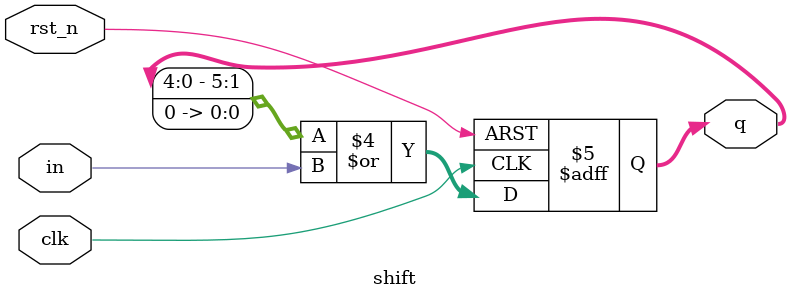
<source format=v>
module shift (input            clk,
              input            rst_n,
              input            in,
              output reg [5:0] q
              );
   
   always @(posedge clk, negedge rst_n) 
     if (!rst_n) 
       q = 0;
     else 
       q <= q << 1 | in;
   
endmodule // shift
   
             

</source>
